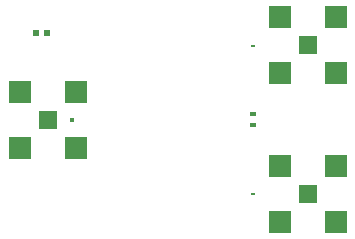
<source format=gtp>
G04 #@! TF.GenerationSoftware,KiCad,Pcbnew,(5.0.1)-4*
G04 #@! TF.CreationDate,2019-05-20T17:02:10-07:00*
G04 #@! TF.ProjectId,Fanout_circuit,46616E6F75745F636972637569742E6B,rev?*
G04 #@! TF.SameCoordinates,Original*
G04 #@! TF.FileFunction,Paste,Top*
G04 #@! TF.FilePolarity,Positive*
%FSLAX46Y46*%
G04 Gerber Fmt 4.6, Leading zero omitted, Abs format (unit mm)*
G04 Created by KiCad (PCBNEW (5.0.1)-4) date 5/20/2019 5:02:10 PM*
%MOMM*%
%LPD*%
G01*
G04 APERTURE LIST*
%ADD10R,0.300000X0.290000*%
%ADD11R,0.300000X0.345000*%
%ADD12R,1.900000X1.900000*%
%ADD13R,1.500000X1.500000*%
%ADD14R,0.600000X0.400000*%
%ADD15R,0.600000X0.500000*%
G04 APERTURE END LIST*
D10*
G04 #@! TO.C,J1*
X136390000Y-77735000D03*
X136390000Y-90265000D03*
D11*
X121050000Y-84000000D03*
G04 #@! TD*
D12*
G04 #@! TO.C,CON2*
X143375000Y-87925000D03*
X143375000Y-92675000D03*
X138625000Y-92675000D03*
X138625000Y-87925000D03*
D13*
X141000000Y-90300000D03*
G04 #@! TD*
D12*
G04 #@! TO.C,CON1*
X121375000Y-81625000D03*
X121375000Y-86375000D03*
X116625000Y-86375000D03*
X116625000Y-81625000D03*
D13*
X119000000Y-84000000D03*
G04 #@! TD*
G04 #@! TO.C,CON3*
X141000000Y-77700000D03*
D12*
X138625000Y-75325000D03*
X138625000Y-80075000D03*
X143375000Y-80075000D03*
X143375000Y-75325000D03*
G04 #@! TD*
D14*
G04 #@! TO.C,R1*
X136350000Y-83550000D03*
X136350000Y-84450000D03*
G04 #@! TD*
D15*
G04 #@! TO.C,C1*
X118975000Y-76675000D03*
X117975000Y-76675000D03*
G04 #@! TD*
M02*

</source>
